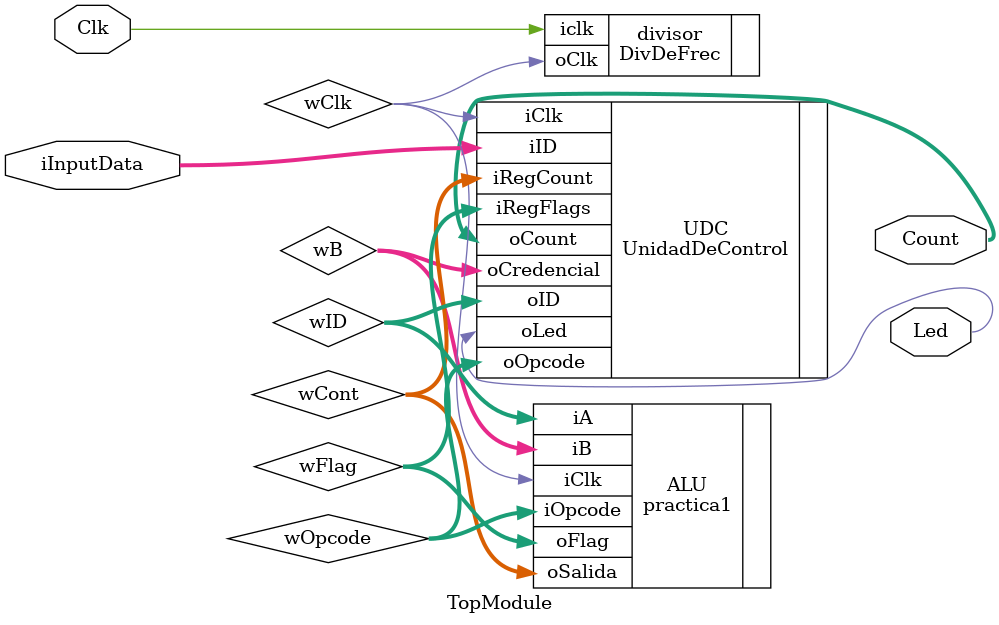
<source format=v>
module TopModule(
input Clk, 
input [3:0]iInputData,
output Led,
output [3:0]Count
					 );
wire WClk;
wire [3:0]wB;
wire [3:0]wID;
wire [3:0]wCont;
wire [4:0]wFlag;
wire [3:0]wOpcode;

	DivDeFrec divisor(
	.iclk (Clk),
	.oClk (wClk)
	);
	
	UnidadDeControl UDC(
	.iClk (wClk),
	.oCredencial (wB),
	.iID (iInputData),
	.oID (wID),
	.oLed (Led),
	.oOpcode (wOpcode),
	.iRegFlags (wFlag),
	.oCount (Count),
	.iRegCount (wCont)
	);
	
	practica1 ALU(
	.iClk (wClk),
	.iB (wB),
	.iA (wID),
	.oFlag (wFlag),
	.iOpcode (wOpcode),
	.oSalida (wCont)
	);
	
endmodule

</source>
